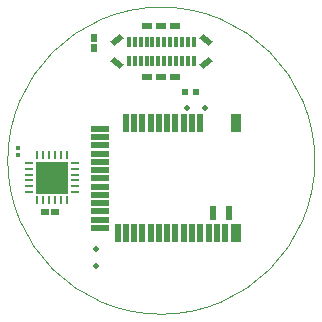
<source format=gtp>
G04*
G04 #@! TF.GenerationSoftware,Altium Limited,Altium Designer,19.0.14 (431)*
G04*
G04 Layer_Color=8421504*
%FSLAX25Y25*%
%MOIN*%
G70*
G01*
G75*
%ADD14C,0.00050*%
%ADD15C,0.01968*%
%ADD16O,0.03150X0.00984*%
%ADD17O,0.00984X0.03150*%
%ADD18R,0.10551X0.10551*%
%ADD19R,0.01968X0.04724*%
%ADD20R,0.03543X0.06299*%
%ADD21R,0.01968X0.06299*%
%ADD22R,0.06299X0.01968*%
%ADD23R,0.02323X0.02441*%
G04:AMPARAMS|DCode=24|XSize=40.55mil|YSize=19.68mil|CornerRadius=0mil|HoleSize=0mil|Usage=FLASHONLY|Rotation=141.000|XOffset=0mil|YOffset=0mil|HoleType=Round|Shape=Rectangle|*
%AMROTATEDRECTD24*
4,1,4,0.02195,-0.00511,0.00956,-0.02041,-0.02195,0.00511,-0.00956,0.02041,0.02195,-0.00511,0.0*
%
%ADD24ROTATEDRECTD24*%

%ADD25R,0.01181X0.03347*%
%ADD26R,0.03228X0.02165*%
G04:AMPARAMS|DCode=27|XSize=40.55mil|YSize=19.68mil|CornerRadius=0mil|HoleSize=0mil|Usage=FLASHONLY|Rotation=219.000|XOffset=0mil|YOffset=0mil|HoleType=Round|Shape=Rectangle|*
%AMROTATEDRECTD27*
4,1,4,0.00956,0.02041,0.02195,0.00511,-0.00956,-0.02041,-0.02195,-0.00511,0.00956,0.02041,0.0*
%
%ADD27ROTATEDRECTD27*%

%ADD28R,0.02441X0.02598*%
%ADD29R,0.01575X0.01181*%
%ADD30R,0.02598X0.02441*%
D14*
X51181Y0D02*
G03*
X51181Y0I-51181J0D01*
G01*
D15*
X8650Y17717D02*
D03*
X-21654Y-29528D02*
D03*
Y-35039D02*
D03*
X14567Y17717D02*
D03*
D16*
X-28839Y-10531D02*
D03*
Y-8563D02*
D03*
Y-689D02*
D03*
Y-4626D02*
D03*
Y-2657D02*
D03*
Y-6594D02*
D03*
X-43996Y-10531D02*
D03*
Y-8563D02*
D03*
Y-2657D02*
D03*
Y-6594D02*
D03*
Y-4626D02*
D03*
Y-689D02*
D03*
D17*
X-31496Y-13189D02*
D03*
X-33465Y1969D02*
D03*
X-31496D02*
D03*
X-39370Y-13189D02*
D03*
X-41339D02*
D03*
X-33465D02*
D03*
X-37402D02*
D03*
X-35433D02*
D03*
Y1969D02*
D03*
X-37402D02*
D03*
X-41339D02*
D03*
X-39370D02*
D03*
D18*
X-36417Y-5610D02*
D03*
D19*
X17126Y-17323D02*
D03*
X22638D02*
D03*
D20*
X24803Y-24213D02*
D03*
Y12402D02*
D03*
D21*
X21260Y-24213D02*
D03*
X18504D02*
D03*
X15748D02*
D03*
X12992D02*
D03*
X10236D02*
D03*
X7480D02*
D03*
X4724D02*
D03*
X1969D02*
D03*
X-787D02*
D03*
X-3543D02*
D03*
X-6299D02*
D03*
X-9055D02*
D03*
X-11811D02*
D03*
X-14567D02*
D03*
X-11811Y12402D02*
D03*
X-9055D02*
D03*
X-6299D02*
D03*
X-3543D02*
D03*
X-787D02*
D03*
X1969D02*
D03*
X4724D02*
D03*
X7480D02*
D03*
X10236D02*
D03*
X12992D02*
D03*
D22*
X-20276Y-22441D02*
D03*
Y-19685D02*
D03*
Y-16929D02*
D03*
Y-14173D02*
D03*
Y-11417D02*
D03*
Y-8661D02*
D03*
Y-5906D02*
D03*
Y-3150D02*
D03*
Y-394D02*
D03*
Y2362D02*
D03*
Y5118D02*
D03*
Y7874D02*
D03*
Y10630D02*
D03*
D23*
X11634Y22835D02*
D03*
X8051D02*
D03*
D24*
X-14842Y32480D02*
D03*
X14842Y40354D02*
D03*
D25*
X-10827Y33150D02*
D03*
X-6890D02*
D03*
X-8858D02*
D03*
X-2953D02*
D03*
X-4921D02*
D03*
X-8858Y39685D02*
D03*
X-10827D02*
D03*
X-6890D02*
D03*
X-4921D02*
D03*
X-2953D02*
D03*
X-984Y33150D02*
D03*
X984D02*
D03*
X2953D02*
D03*
X6890D02*
D03*
X4921D02*
D03*
X8858D02*
D03*
X10827D02*
D03*
X-984Y39685D02*
D03*
X984D02*
D03*
X2953D02*
D03*
X4921D02*
D03*
X10827D02*
D03*
X6890D02*
D03*
X8858D02*
D03*
D26*
X0Y27953D02*
D03*
X-4724D02*
D03*
X0Y44882D02*
D03*
X-4724D02*
D03*
X4724Y27953D02*
D03*
Y44882D02*
D03*
D27*
X-14842Y40354D02*
D03*
X14842Y32480D02*
D03*
D28*
X-22343Y41004D02*
D03*
Y37539D02*
D03*
D29*
X-47638Y1974D02*
D03*
Y4336D02*
D03*
D30*
X-35433Y-17165D02*
D03*
X-38898D02*
D03*
M02*

</source>
